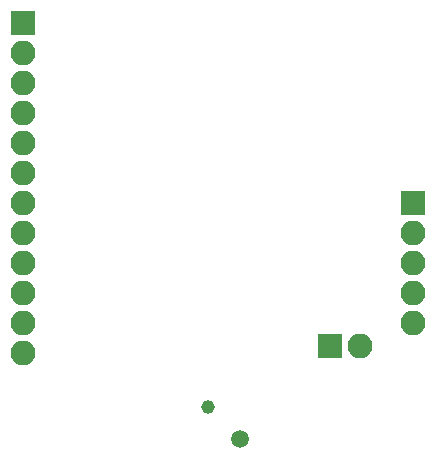
<source format=gbr>
G04 #@! TF.FileFunction,Soldermask,Bot*
%FSLAX46Y46*%
G04 Gerber Fmt 4.6, Leading zero omitted, Abs format (unit mm)*
G04 Created by KiCad (PCBNEW 4.0.7) date 04/18/19 12:47:30*
%MOMM*%
%LPD*%
G01*
G04 APERTURE LIST*
%ADD10C,0.100000*%
%ADD11R,2.100000X2.100000*%
%ADD12O,2.100000X2.100000*%
%ADD13C,1.160000*%
%ADD14C,1.500000*%
G04 APERTURE END LIST*
D10*
D11*
X115570000Y-107950000D03*
D12*
X115570000Y-110490000D03*
X115570000Y-113030000D03*
X115570000Y-115570000D03*
X115570000Y-118110000D03*
X115570000Y-120650000D03*
X115570000Y-123190000D03*
X115570000Y-125730000D03*
X115570000Y-128270000D03*
X115570000Y-130810000D03*
X115570000Y-133350000D03*
X115570000Y-135890000D03*
D11*
X148590000Y-123190000D03*
D12*
X148590000Y-125730000D03*
X148590000Y-128270000D03*
X148590000Y-130810000D03*
X148590000Y-133350000D03*
D13*
X131275204Y-140504796D03*
D14*
X133962210Y-143191802D03*
D11*
X141541500Y-135280400D03*
D12*
X144081500Y-135280400D03*
M02*

</source>
